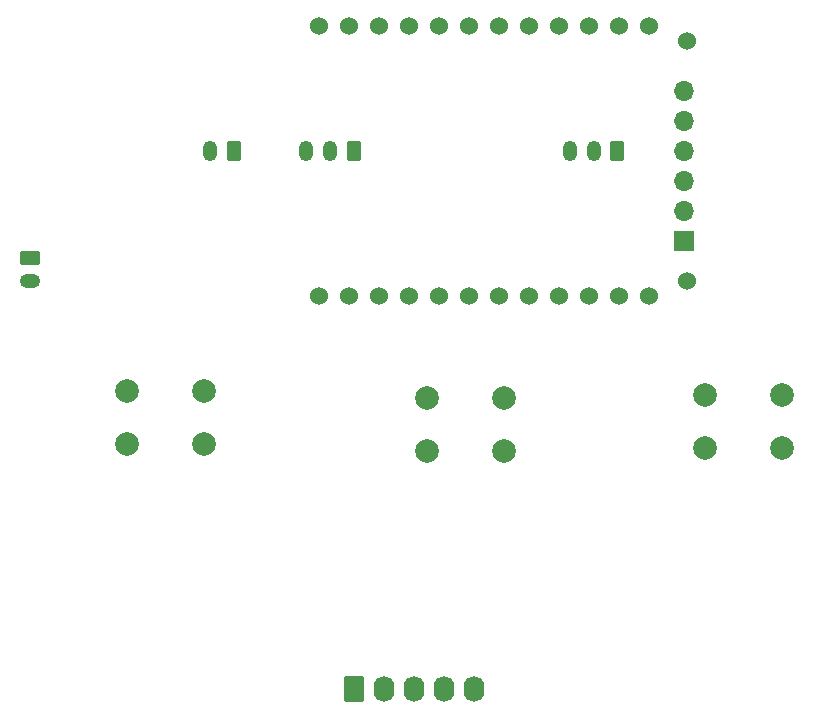
<source format=gbr>
%TF.GenerationSoftware,KiCad,Pcbnew,6.0.0-d3dd2cf0fa~116~ubuntu21.04.1*%
%TF.CreationDate,2022-01-04T14:06:44-05:00*%
%TF.ProjectId,control_pcb,636f6e74-726f-46c5-9f70-63622e6b6963,rev?*%
%TF.SameCoordinates,Original*%
%TF.FileFunction,Soldermask,Top*%
%TF.FilePolarity,Negative*%
%FSLAX46Y46*%
G04 Gerber Fmt 4.6, Leading zero omitted, Abs format (unit mm)*
G04 Created by KiCad (PCBNEW 6.0.0-d3dd2cf0fa~116~ubuntu21.04.1) date 2022-01-04 14:06:44*
%MOMM*%
%LPD*%
G01*
G04 APERTURE LIST*
G04 Aperture macros list*
%AMRoundRect*
0 Rectangle with rounded corners*
0 $1 Rounding radius*
0 $2 $3 $4 $5 $6 $7 $8 $9 X,Y pos of 4 corners*
0 Add a 4 corners polygon primitive as box body*
4,1,4,$2,$3,$4,$5,$6,$7,$8,$9,$2,$3,0*
0 Add four circle primitives for the rounded corners*
1,1,$1+$1,$2,$3*
1,1,$1+$1,$4,$5*
1,1,$1+$1,$6,$7*
1,1,$1+$1,$8,$9*
0 Add four rect primitives between the rounded corners*
20,1,$1+$1,$2,$3,$4,$5,0*
20,1,$1+$1,$4,$5,$6,$7,0*
20,1,$1+$1,$6,$7,$8,$9,0*
20,1,$1+$1,$8,$9,$2,$3,0*%
G04 Aperture macros list end*
%ADD10RoundRect,0.250000X-0.620000X-0.845000X0.620000X-0.845000X0.620000X0.845000X-0.620000X0.845000X0*%
%ADD11O,1.740000X2.190000*%
%ADD12C,1.524000*%
%ADD13C,2.000000*%
%ADD14O,1.200000X1.750000*%
%ADD15RoundRect,0.250000X0.350000X0.625000X-0.350000X0.625000X-0.350000X-0.625000X0.350000X-0.625000X0*%
%ADD16RoundRect,0.250000X-0.625000X0.350000X-0.625000X-0.350000X0.625000X-0.350000X0.625000X0.350000X0*%
%ADD17O,1.750000X1.200000*%
%ADD18R,1.700000X1.700000*%
%ADD19O,1.700000X1.700000*%
G04 APERTURE END LIST*
D10*
%TO.C,J4*%
X134366000Y-135870000D03*
D11*
X136906000Y-135870000D03*
X139446000Y-135870000D03*
X141986000Y-135870000D03*
X144526000Y-135870000D03*
%TD*%
D12*
%TO.C,TTGO1*%
X162581000Y-80982000D03*
X162581000Y-101302000D03*
X131466000Y-102572000D03*
X134006000Y-102572000D03*
X136546000Y-102572000D03*
X139086000Y-102572000D03*
X141626000Y-102572000D03*
X144166000Y-102572000D03*
X146706000Y-102572000D03*
X149246000Y-102572000D03*
X151786000Y-102572000D03*
X154326000Y-102572000D03*
X156866000Y-102572000D03*
X159406000Y-102572000D03*
X159406000Y-79712000D03*
X156866000Y-79712000D03*
X154326000Y-79712000D03*
X151786000Y-79712000D03*
X149246000Y-79712000D03*
X146706000Y-79712000D03*
X144166000Y-79712000D03*
X141626000Y-79712000D03*
X139086000Y-79712000D03*
X136546000Y-79712000D03*
X134006000Y-79712000D03*
X131466000Y-79712000D03*
%TD*%
D13*
%TO.C,SW2*%
X121666000Y-110672000D03*
X115166000Y-110672000D03*
X121666000Y-115172000D03*
X115166000Y-115172000D03*
%TD*%
%TO.C,SW3*%
X147066000Y-111252000D03*
X140566000Y-111252000D03*
X147066000Y-115752000D03*
X140566000Y-115752000D03*
%TD*%
%TO.C,SW4*%
X164136000Y-110962000D03*
X170636000Y-110962000D03*
X170636000Y-115462000D03*
X164136000Y-115462000D03*
%TD*%
D14*
%TO.C,J3*%
X130366000Y-90352000D03*
X132366000Y-90352000D03*
D15*
X134366000Y-90352000D03*
%TD*%
%TO.C,J5*%
X156686000Y-90352000D03*
D14*
X154686000Y-90352000D03*
X152686000Y-90352000D03*
%TD*%
D16*
%TO.C,J6*%
X106934000Y-99346000D03*
D17*
X106934000Y-101346000D03*
%TD*%
D15*
%TO.C,J2*%
X124206000Y-90352000D03*
D14*
X122206000Y-90352000D03*
%TD*%
D18*
%TO.C,J1*%
X162306000Y-97972000D03*
D19*
X162306000Y-95432000D03*
X162306000Y-92892000D03*
X162306000Y-90352000D03*
X162306000Y-87812000D03*
X162306000Y-85272000D03*
%TD*%
M02*

</source>
